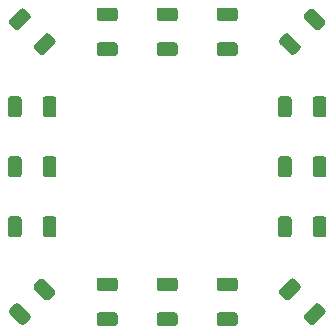
<source format=gbp>
%TF.GenerationSoftware,KiCad,Pcbnew,(5.1.9)-1*%
%TF.CreationDate,2021-07-31T20:38:11+08:00*%
%TF.ProjectId,Interposer486_3v,496e7465-7270-46f7-9365-723438365f33,rev?*%
%TF.SameCoordinates,Original*%
%TF.FileFunction,Paste,Bot*%
%TF.FilePolarity,Positive*%
%FSLAX46Y46*%
G04 Gerber Fmt 4.6, Leading zero omitted, Abs format (unit mm)*
G04 Created by KiCad (PCBNEW (5.1.9)-1) date 2021-07-31 20:38:11*
%MOMM*%
%LPD*%
G01*
G04 APERTURE LIST*
G04 APERTURE END LIST*
%TO.C,C11*%
G36*
G01*
X158130001Y-94760000D02*
X156829999Y-94760000D01*
G75*
G02*
X156580000Y-94510001I0J249999D01*
G01*
X156580000Y-93859999D01*
G75*
G02*
X156829999Y-93610000I249999J0D01*
G01*
X158130001Y-93610000D01*
G75*
G02*
X158380000Y-93859999I0J-249999D01*
G01*
X158380000Y-94510001D01*
G75*
G02*
X158130001Y-94760000I-249999J0D01*
G01*
G37*
G36*
G01*
X158130001Y-91810000D02*
X156829999Y-91810000D01*
G75*
G02*
X156580000Y-91560001I0J249999D01*
G01*
X156580000Y-90909999D01*
G75*
G02*
X156829999Y-90660000I249999J0D01*
G01*
X158130001Y-90660000D01*
G75*
G02*
X158380000Y-90909999I0J-249999D01*
G01*
X158380000Y-91560001D01*
G75*
G02*
X158130001Y-91810000I-249999J0D01*
G01*
G37*
%TD*%
%TO.C,C10*%
G36*
G01*
X163210001Y-94760000D02*
X161909999Y-94760000D01*
G75*
G02*
X161660000Y-94510001I0J249999D01*
G01*
X161660000Y-93859999D01*
G75*
G02*
X161909999Y-93610000I249999J0D01*
G01*
X163210001Y-93610000D01*
G75*
G02*
X163460000Y-93859999I0J-249999D01*
G01*
X163460000Y-94510001D01*
G75*
G02*
X163210001Y-94760000I-249999J0D01*
G01*
G37*
G36*
G01*
X163210001Y-91810000D02*
X161909999Y-91810000D01*
G75*
G02*
X161660000Y-91560001I0J249999D01*
G01*
X161660000Y-90909999D01*
G75*
G02*
X161909999Y-90660000I249999J0D01*
G01*
X163210001Y-90660000D01*
G75*
G02*
X163460000Y-90909999I0J-249999D01*
G01*
X163460000Y-91560001D01*
G75*
G02*
X163210001Y-91810000I-249999J0D01*
G01*
G37*
%TD*%
%TO.C,C12*%
G36*
G01*
X153050001Y-91810000D02*
X151749999Y-91810000D01*
G75*
G02*
X151500000Y-91560001I0J249999D01*
G01*
X151500000Y-90909999D01*
G75*
G02*
X151749999Y-90660000I249999J0D01*
G01*
X153050001Y-90660000D01*
G75*
G02*
X153300000Y-90909999I0J-249999D01*
G01*
X153300000Y-91560001D01*
G75*
G02*
X153050001Y-91810000I-249999J0D01*
G01*
G37*
G36*
G01*
X153050001Y-94760000D02*
X151749999Y-94760000D01*
G75*
G02*
X151500000Y-94510001I0J249999D01*
G01*
X151500000Y-93859999D01*
G75*
G02*
X151749999Y-93610000I249999J0D01*
G01*
X153050001Y-93610000D01*
G75*
G02*
X153300000Y-93859999I0J-249999D01*
G01*
X153300000Y-94510001D01*
G75*
G02*
X153050001Y-94760000I-249999J0D01*
G01*
G37*
%TD*%
%TO.C,C2*%
G36*
G01*
X151749999Y-70750000D02*
X153050001Y-70750000D01*
G75*
G02*
X153300000Y-70999999I0J-249999D01*
G01*
X153300000Y-71650001D01*
G75*
G02*
X153050001Y-71900000I-249999J0D01*
G01*
X151749999Y-71900000D01*
G75*
G02*
X151500000Y-71650001I0J249999D01*
G01*
X151500000Y-70999999D01*
G75*
G02*
X151749999Y-70750000I249999J0D01*
G01*
G37*
G36*
G01*
X151749999Y-67800000D02*
X153050001Y-67800000D01*
G75*
G02*
X153300000Y-68049999I0J-249999D01*
G01*
X153300000Y-68700001D01*
G75*
G02*
X153050001Y-68950000I-249999J0D01*
G01*
X151749999Y-68950000D01*
G75*
G02*
X151500000Y-68700001I0J249999D01*
G01*
X151500000Y-68049999D01*
G75*
G02*
X151749999Y-67800000I249999J0D01*
G01*
G37*
%TD*%
%TO.C,C3*%
G36*
G01*
X156829999Y-67800000D02*
X158130001Y-67800000D01*
G75*
G02*
X158380000Y-68049999I0J-249999D01*
G01*
X158380000Y-68700001D01*
G75*
G02*
X158130001Y-68950000I-249999J0D01*
G01*
X156829999Y-68950000D01*
G75*
G02*
X156580000Y-68700001I0J249999D01*
G01*
X156580000Y-68049999D01*
G75*
G02*
X156829999Y-67800000I249999J0D01*
G01*
G37*
G36*
G01*
X156829999Y-70750000D02*
X158130001Y-70750000D01*
G75*
G02*
X158380000Y-70999999I0J-249999D01*
G01*
X158380000Y-71650001D01*
G75*
G02*
X158130001Y-71900000I-249999J0D01*
G01*
X156829999Y-71900000D01*
G75*
G02*
X156580000Y-71650001I0J249999D01*
G01*
X156580000Y-70999999D01*
G75*
G02*
X156829999Y-70750000I249999J0D01*
G01*
G37*
%TD*%
%TO.C,C4*%
G36*
G01*
X161909999Y-70750000D02*
X163210001Y-70750000D01*
G75*
G02*
X163460000Y-70999999I0J-249999D01*
G01*
X163460000Y-71650001D01*
G75*
G02*
X163210001Y-71900000I-249999J0D01*
G01*
X161909999Y-71900000D01*
G75*
G02*
X161660000Y-71650001I0J249999D01*
G01*
X161660000Y-70999999D01*
G75*
G02*
X161909999Y-70750000I249999J0D01*
G01*
G37*
G36*
G01*
X161909999Y-67800000D02*
X163210001Y-67800000D01*
G75*
G02*
X163460000Y-68049999I0J-249999D01*
G01*
X163460000Y-68700001D01*
G75*
G02*
X163210001Y-68950000I-249999J0D01*
G01*
X161909999Y-68950000D01*
G75*
G02*
X161660000Y-68700001I0J249999D01*
G01*
X161660000Y-68049999D01*
G75*
G02*
X161909999Y-67800000I249999J0D01*
G01*
G37*
%TD*%
%TO.C,C7*%
G36*
G01*
X170960000Y-80629999D02*
X170960000Y-81930001D01*
G75*
G02*
X170710001Y-82180000I-249999J0D01*
G01*
X170059999Y-82180000D01*
G75*
G02*
X169810000Y-81930001I0J249999D01*
G01*
X169810000Y-80629999D01*
G75*
G02*
X170059999Y-80380000I249999J0D01*
G01*
X170710001Y-80380000D01*
G75*
G02*
X170960000Y-80629999I0J-249999D01*
G01*
G37*
G36*
G01*
X168010000Y-80629999D02*
X168010000Y-81930001D01*
G75*
G02*
X167760001Y-82180000I-249999J0D01*
G01*
X167109999Y-82180000D01*
G75*
G02*
X166860000Y-81930001I0J249999D01*
G01*
X166860000Y-80629999D01*
G75*
G02*
X167109999Y-80380000I249999J0D01*
G01*
X167760001Y-80380000D01*
G75*
G02*
X168010000Y-80629999I0J-249999D01*
G01*
G37*
%TD*%
%TO.C,C6*%
G36*
G01*
X170960000Y-75549999D02*
X170960000Y-76850001D01*
G75*
G02*
X170710001Y-77100000I-249999J0D01*
G01*
X170059999Y-77100000D01*
G75*
G02*
X169810000Y-76850001I0J249999D01*
G01*
X169810000Y-75549999D01*
G75*
G02*
X170059999Y-75300000I249999J0D01*
G01*
X170710001Y-75300000D01*
G75*
G02*
X170960000Y-75549999I0J-249999D01*
G01*
G37*
G36*
G01*
X168010000Y-75549999D02*
X168010000Y-76850001D01*
G75*
G02*
X167760001Y-77100000I-249999J0D01*
G01*
X167109999Y-77100000D01*
G75*
G02*
X166860000Y-76850001I0J249999D01*
G01*
X166860000Y-75549999D01*
G75*
G02*
X167109999Y-75300000I249999J0D01*
G01*
X167760001Y-75300000D01*
G75*
G02*
X168010000Y-75549999I0J-249999D01*
G01*
G37*
%TD*%
%TO.C,C8*%
G36*
G01*
X168010000Y-85709999D02*
X168010000Y-87010001D01*
G75*
G02*
X167760001Y-87260000I-249999J0D01*
G01*
X167109999Y-87260000D01*
G75*
G02*
X166860000Y-87010001I0J249999D01*
G01*
X166860000Y-85709999D01*
G75*
G02*
X167109999Y-85460000I249999J0D01*
G01*
X167760001Y-85460000D01*
G75*
G02*
X168010000Y-85709999I0J-249999D01*
G01*
G37*
G36*
G01*
X170960000Y-85709999D02*
X170960000Y-87010001D01*
G75*
G02*
X170710001Y-87260000I-249999J0D01*
G01*
X170059999Y-87260000D01*
G75*
G02*
X169810000Y-87010001I0J249999D01*
G01*
X169810000Y-85709999D01*
G75*
G02*
X170059999Y-85460000I249999J0D01*
G01*
X170710001Y-85460000D01*
G75*
G02*
X170960000Y-85709999I0J-249999D01*
G01*
G37*
%TD*%
%TO.C,C14*%
G36*
G01*
X146950000Y-87010001D02*
X146950000Y-85709999D01*
G75*
G02*
X147199999Y-85460000I249999J0D01*
G01*
X147850001Y-85460000D01*
G75*
G02*
X148100000Y-85709999I0J-249999D01*
G01*
X148100000Y-87010001D01*
G75*
G02*
X147850001Y-87260000I-249999J0D01*
G01*
X147199999Y-87260000D01*
G75*
G02*
X146950000Y-87010001I0J249999D01*
G01*
G37*
G36*
G01*
X144000000Y-87010001D02*
X144000000Y-85709999D01*
G75*
G02*
X144249999Y-85460000I249999J0D01*
G01*
X144900001Y-85460000D01*
G75*
G02*
X145150000Y-85709999I0J-249999D01*
G01*
X145150000Y-87010001D01*
G75*
G02*
X144900001Y-87260000I-249999J0D01*
G01*
X144249999Y-87260000D01*
G75*
G02*
X144000000Y-87010001I0J249999D01*
G01*
G37*
%TD*%
%TO.C,C16*%
G36*
G01*
X144000000Y-76850001D02*
X144000000Y-75549999D01*
G75*
G02*
X144249999Y-75300000I249999J0D01*
G01*
X144900001Y-75300000D01*
G75*
G02*
X145150000Y-75549999I0J-249999D01*
G01*
X145150000Y-76850001D01*
G75*
G02*
X144900001Y-77100000I-249999J0D01*
G01*
X144249999Y-77100000D01*
G75*
G02*
X144000000Y-76850001I0J249999D01*
G01*
G37*
G36*
G01*
X146950000Y-76850001D02*
X146950000Y-75549999D01*
G75*
G02*
X147199999Y-75300000I249999J0D01*
G01*
X147850001Y-75300000D01*
G75*
G02*
X148100000Y-75549999I0J-249999D01*
G01*
X148100000Y-76850001D01*
G75*
G02*
X147850001Y-77100000I-249999J0D01*
G01*
X147199999Y-77100000D01*
G75*
G02*
X146950000Y-76850001I0J249999D01*
G01*
G37*
%TD*%
%TO.C,C15*%
G36*
G01*
X146950000Y-81930001D02*
X146950000Y-80629999D01*
G75*
G02*
X147199999Y-80380000I249999J0D01*
G01*
X147850001Y-80380000D01*
G75*
G02*
X148100000Y-80629999I0J-249999D01*
G01*
X148100000Y-81930001D01*
G75*
G02*
X147850001Y-82180000I-249999J0D01*
G01*
X147199999Y-82180000D01*
G75*
G02*
X146950000Y-81930001I0J249999D01*
G01*
G37*
G36*
G01*
X144000000Y-81930001D02*
X144000000Y-80629999D01*
G75*
G02*
X144249999Y-80380000I249999J0D01*
G01*
X144900001Y-80380000D01*
G75*
G02*
X145150000Y-80629999I0J-249999D01*
G01*
X145150000Y-81930001D01*
G75*
G02*
X144900001Y-82180000I-249999J0D01*
G01*
X144249999Y-82180000D01*
G75*
G02*
X144000000Y-81930001I0J249999D01*
G01*
G37*
%TD*%
%TO.C,C5*%
G36*
G01*
X169899949Y-67940810D02*
X170819190Y-68860051D01*
G75*
G02*
X170819190Y-69213603I-176776J-176776D01*
G01*
X170359569Y-69673224D01*
G75*
G02*
X170006017Y-69673224I-176776J176776D01*
G01*
X169086776Y-68753983D01*
G75*
G02*
X169086776Y-68400431I176776J176776D01*
G01*
X169546397Y-67940810D01*
G75*
G02*
X169899949Y-67940810I176776J-176776D01*
G01*
G37*
G36*
G01*
X167813983Y-70026776D02*
X168733224Y-70946017D01*
G75*
G02*
X168733224Y-71299569I-176776J-176776D01*
G01*
X168273603Y-71759190D01*
G75*
G02*
X167920051Y-71759190I-176776J176776D01*
G01*
X167000810Y-70839949D01*
G75*
G02*
X167000810Y-70486397I176776J176776D01*
G01*
X167460431Y-70026776D01*
G75*
G02*
X167813983Y-70026776I176776J-176776D01*
G01*
G37*
%TD*%
%TO.C,C9*%
G36*
G01*
X168733224Y-91613983D02*
X167813983Y-92533224D01*
G75*
G02*
X167460431Y-92533224I-176776J176776D01*
G01*
X167000810Y-92073603D01*
G75*
G02*
X167000810Y-91720051I176776J176776D01*
G01*
X167920051Y-90800810D01*
G75*
G02*
X168273603Y-90800810I176776J-176776D01*
G01*
X168733224Y-91260431D01*
G75*
G02*
X168733224Y-91613983I-176776J-176776D01*
G01*
G37*
G36*
G01*
X170819190Y-93699949D02*
X169899949Y-94619190D01*
G75*
G02*
X169546397Y-94619190I-176776J176776D01*
G01*
X169086776Y-94159569D01*
G75*
G02*
X169086776Y-93806017I176776J176776D01*
G01*
X170006017Y-92886776D01*
G75*
G02*
X170359569Y-92886776I176776J-176776D01*
G01*
X170819190Y-93346397D01*
G75*
G02*
X170819190Y-93699949I-176776J-176776D01*
G01*
G37*
%TD*%
%TO.C,C13*%
G36*
G01*
X145060051Y-94619190D02*
X144140810Y-93699949D01*
G75*
G02*
X144140810Y-93346397I176776J176776D01*
G01*
X144600431Y-92886776D01*
G75*
G02*
X144953983Y-92886776I176776J-176776D01*
G01*
X145873224Y-93806017D01*
G75*
G02*
X145873224Y-94159569I-176776J-176776D01*
G01*
X145413603Y-94619190D01*
G75*
G02*
X145060051Y-94619190I-176776J176776D01*
G01*
G37*
G36*
G01*
X147146017Y-92533224D02*
X146226776Y-91613983D01*
G75*
G02*
X146226776Y-91260431I176776J176776D01*
G01*
X146686397Y-90800810D01*
G75*
G02*
X147039949Y-90800810I176776J-176776D01*
G01*
X147959190Y-91720051D01*
G75*
G02*
X147959190Y-92073603I-176776J-176776D01*
G01*
X147499569Y-92533224D01*
G75*
G02*
X147146017Y-92533224I-176776J176776D01*
G01*
G37*
%TD*%
%TO.C,C1*%
G36*
G01*
X146226776Y-70946017D02*
X147146017Y-70026776D01*
G75*
G02*
X147499569Y-70026776I176776J-176776D01*
G01*
X147959190Y-70486397D01*
G75*
G02*
X147959190Y-70839949I-176776J-176776D01*
G01*
X147039949Y-71759190D01*
G75*
G02*
X146686397Y-71759190I-176776J176776D01*
G01*
X146226776Y-71299569D01*
G75*
G02*
X146226776Y-70946017I176776J176776D01*
G01*
G37*
G36*
G01*
X144140810Y-68860051D02*
X145060051Y-67940810D01*
G75*
G02*
X145413603Y-67940810I176776J-176776D01*
G01*
X145873224Y-68400431D01*
G75*
G02*
X145873224Y-68753983I-176776J-176776D01*
G01*
X144953983Y-69673224D01*
G75*
G02*
X144600431Y-69673224I-176776J176776D01*
G01*
X144140810Y-69213603D01*
G75*
G02*
X144140810Y-68860051I176776J176776D01*
G01*
G37*
%TD*%
M02*

</source>
